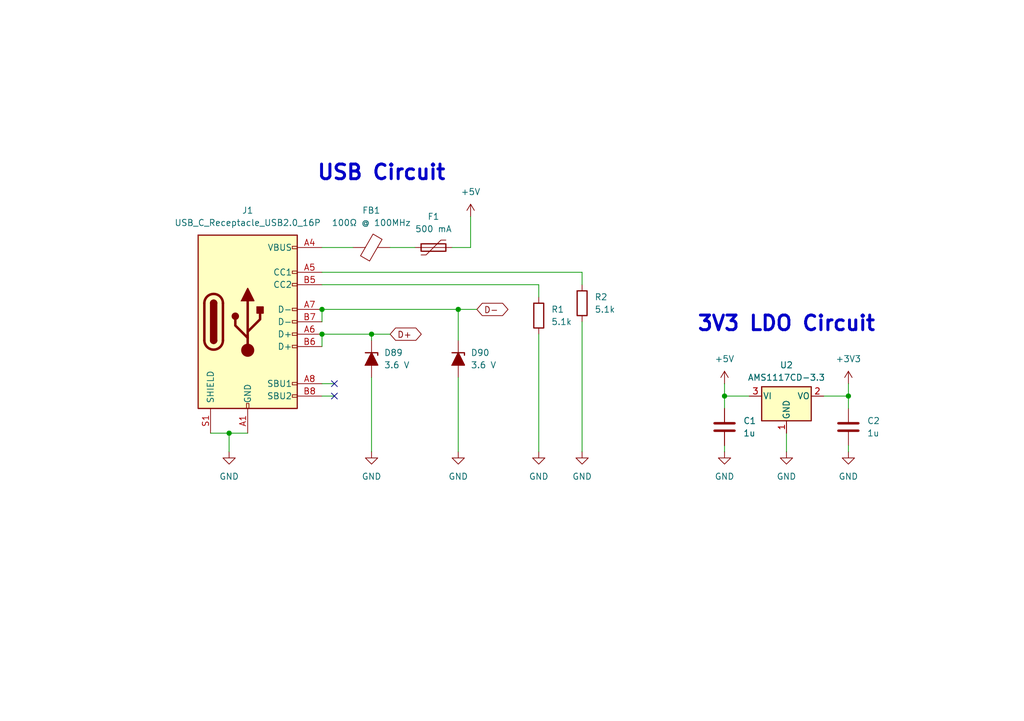
<source format=kicad_sch>
(kicad_sch
	(version 20231120)
	(generator "eeschema")
	(generator_version "8.0")
	(uuid "9b8344ea-c264-478a-9567-a6e378110432")
	(paper "A5")
	(lib_symbols
		(symbol "Connector:USB_C_Receptacle_USB2.0_16P"
			(pin_names
				(offset 1.016)
			)
			(exclude_from_sim no)
			(in_bom yes)
			(on_board yes)
			(property "Reference" "J"
				(at 0 22.225 0)
				(effects
					(font
						(size 1.27 1.27)
					)
				)
			)
			(property "Value" "USB_C_Receptacle_USB2.0_16P"
				(at 0 19.685 0)
				(effects
					(font
						(size 1.27 1.27)
					)
				)
			)
			(property "Footprint" ""
				(at 3.81 0 0)
				(effects
					(font
						(size 1.27 1.27)
					)
					(hide yes)
				)
			)
			(property "Datasheet" "https://www.usb.org/sites/default/files/documents/usb_type-c.zip"
				(at 3.81 0 0)
				(effects
					(font
						(size 1.27 1.27)
					)
					(hide yes)
				)
			)
			(property "Description" "USB 2.0-only 16P Type-C Receptacle connector"
				(at 0 0 0)
				(effects
					(font
						(size 1.27 1.27)
					)
					(hide yes)
				)
			)
			(property "ki_keywords" "usb universal serial bus type-C USB2.0"
				(at 0 0 0)
				(effects
					(font
						(size 1.27 1.27)
					)
					(hide yes)
				)
			)
			(property "ki_fp_filters" "USB*C*Receptacle*"
				(at 0 0 0)
				(effects
					(font
						(size 1.27 1.27)
					)
					(hide yes)
				)
			)
			(symbol "USB_C_Receptacle_USB2.0_16P_0_0"
				(rectangle
					(start -0.254 -17.78)
					(end 0.254 -16.764)
					(stroke
						(width 0)
						(type default)
					)
					(fill
						(type none)
					)
				)
				(rectangle
					(start 10.16 -14.986)
					(end 9.144 -15.494)
					(stroke
						(width 0)
						(type default)
					)
					(fill
						(type none)
					)
				)
				(rectangle
					(start 10.16 -12.446)
					(end 9.144 -12.954)
					(stroke
						(width 0)
						(type default)
					)
					(fill
						(type none)
					)
				)
				(rectangle
					(start 10.16 -4.826)
					(end 9.144 -5.334)
					(stroke
						(width 0)
						(type default)
					)
					(fill
						(type none)
					)
				)
				(rectangle
					(start 10.16 -2.286)
					(end 9.144 -2.794)
					(stroke
						(width 0)
						(type default)
					)
					(fill
						(type none)
					)
				)
				(rectangle
					(start 10.16 0.254)
					(end 9.144 -0.254)
					(stroke
						(width 0)
						(type default)
					)
					(fill
						(type none)
					)
				)
				(rectangle
					(start 10.16 2.794)
					(end 9.144 2.286)
					(stroke
						(width 0)
						(type default)
					)
					(fill
						(type none)
					)
				)
				(rectangle
					(start 10.16 7.874)
					(end 9.144 7.366)
					(stroke
						(width 0)
						(type default)
					)
					(fill
						(type none)
					)
				)
				(rectangle
					(start 10.16 10.414)
					(end 9.144 9.906)
					(stroke
						(width 0)
						(type default)
					)
					(fill
						(type none)
					)
				)
				(rectangle
					(start 10.16 15.494)
					(end 9.144 14.986)
					(stroke
						(width 0)
						(type default)
					)
					(fill
						(type none)
					)
				)
			)
			(symbol "USB_C_Receptacle_USB2.0_16P_0_1"
				(rectangle
					(start -10.16 17.78)
					(end 10.16 -17.78)
					(stroke
						(width 0.254)
						(type default)
					)
					(fill
						(type background)
					)
				)
				(arc
					(start -8.89 -3.81)
					(mid -6.985 -5.7067)
					(end -5.08 -3.81)
					(stroke
						(width 0.508)
						(type default)
					)
					(fill
						(type none)
					)
				)
				(arc
					(start -7.62 -3.81)
					(mid -6.985 -4.4423)
					(end -6.35 -3.81)
					(stroke
						(width 0.254)
						(type default)
					)
					(fill
						(type none)
					)
				)
				(arc
					(start -7.62 -3.81)
					(mid -6.985 -4.4423)
					(end -6.35 -3.81)
					(stroke
						(width 0.254)
						(type default)
					)
					(fill
						(type outline)
					)
				)
				(rectangle
					(start -7.62 -3.81)
					(end -6.35 3.81)
					(stroke
						(width 0.254)
						(type default)
					)
					(fill
						(type outline)
					)
				)
				(arc
					(start -6.35 3.81)
					(mid -6.985 4.4423)
					(end -7.62 3.81)
					(stroke
						(width 0.254)
						(type default)
					)
					(fill
						(type none)
					)
				)
				(arc
					(start -6.35 3.81)
					(mid -6.985 4.4423)
					(end -7.62 3.81)
					(stroke
						(width 0.254)
						(type default)
					)
					(fill
						(type outline)
					)
				)
				(arc
					(start -5.08 3.81)
					(mid -6.985 5.7067)
					(end -8.89 3.81)
					(stroke
						(width 0.508)
						(type default)
					)
					(fill
						(type none)
					)
				)
				(circle
					(center -2.54 1.143)
					(radius 0.635)
					(stroke
						(width 0.254)
						(type default)
					)
					(fill
						(type outline)
					)
				)
				(circle
					(center 0 -5.842)
					(radius 1.27)
					(stroke
						(width 0)
						(type default)
					)
					(fill
						(type outline)
					)
				)
				(polyline
					(pts
						(xy -8.89 -3.81) (xy -8.89 3.81)
					)
					(stroke
						(width 0.508)
						(type default)
					)
					(fill
						(type none)
					)
				)
				(polyline
					(pts
						(xy -5.08 3.81) (xy -5.08 -3.81)
					)
					(stroke
						(width 0.508)
						(type default)
					)
					(fill
						(type none)
					)
				)
				(polyline
					(pts
						(xy 0 -5.842) (xy 0 4.318)
					)
					(stroke
						(width 0.508)
						(type default)
					)
					(fill
						(type none)
					)
				)
				(polyline
					(pts
						(xy 0 -3.302) (xy -2.54 -0.762) (xy -2.54 0.508)
					)
					(stroke
						(width 0.508)
						(type default)
					)
					(fill
						(type none)
					)
				)
				(polyline
					(pts
						(xy 0 -2.032) (xy 2.54 0.508) (xy 2.54 1.778)
					)
					(stroke
						(width 0.508)
						(type default)
					)
					(fill
						(type none)
					)
				)
				(polyline
					(pts
						(xy -1.27 4.318) (xy 0 6.858) (xy 1.27 4.318) (xy -1.27 4.318)
					)
					(stroke
						(width 0.254)
						(type default)
					)
					(fill
						(type outline)
					)
				)
				(rectangle
					(start 1.905 1.778)
					(end 3.175 3.048)
					(stroke
						(width 0.254)
						(type default)
					)
					(fill
						(type outline)
					)
				)
			)
			(symbol "USB_C_Receptacle_USB2.0_16P_1_1"
				(pin passive line
					(at 0 -22.86 90)
					(length 5.08)
					(name "GND"
						(effects
							(font
								(size 1.27 1.27)
							)
						)
					)
					(number "A1"
						(effects
							(font
								(size 1.27 1.27)
							)
						)
					)
				)
				(pin passive line
					(at 0 -22.86 90)
					(length 5.08) hide
					(name "GND"
						(effects
							(font
								(size 1.27 1.27)
							)
						)
					)
					(number "A12"
						(effects
							(font
								(size 1.27 1.27)
							)
						)
					)
				)
				(pin passive line
					(at 15.24 15.24 180)
					(length 5.08)
					(name "VBUS"
						(effects
							(font
								(size 1.27 1.27)
							)
						)
					)
					(number "A4"
						(effects
							(font
								(size 1.27 1.27)
							)
						)
					)
				)
				(pin bidirectional line
					(at 15.24 10.16 180)
					(length 5.08)
					(name "CC1"
						(effects
							(font
								(size 1.27 1.27)
							)
						)
					)
					(number "A5"
						(effects
							(font
								(size 1.27 1.27)
							)
						)
					)
				)
				(pin bidirectional line
					(at 15.24 -2.54 180)
					(length 5.08)
					(name "D+"
						(effects
							(font
								(size 1.27 1.27)
							)
						)
					)
					(number "A6"
						(effects
							(font
								(size 1.27 1.27)
							)
						)
					)
				)
				(pin bidirectional line
					(at 15.24 2.54 180)
					(length 5.08)
					(name "D-"
						(effects
							(font
								(size 1.27 1.27)
							)
						)
					)
					(number "A7"
						(effects
							(font
								(size 1.27 1.27)
							)
						)
					)
				)
				(pin bidirectional line
					(at 15.24 -12.7 180)
					(length 5.08)
					(name "SBU1"
						(effects
							(font
								(size 1.27 1.27)
							)
						)
					)
					(number "A8"
						(effects
							(font
								(size 1.27 1.27)
							)
						)
					)
				)
				(pin passive line
					(at 15.24 15.24 180)
					(length 5.08) hide
					(name "VBUS"
						(effects
							(font
								(size 1.27 1.27)
							)
						)
					)
					(number "A9"
						(effects
							(font
								(size 1.27 1.27)
							)
						)
					)
				)
				(pin passive line
					(at 0 -22.86 90)
					(length 5.08) hide
					(name "GND"
						(effects
							(font
								(size 1.27 1.27)
							)
						)
					)
					(number "B1"
						(effects
							(font
								(size 1.27 1.27)
							)
						)
					)
				)
				(pin passive line
					(at 0 -22.86 90)
					(length 5.08) hide
					(name "GND"
						(effects
							(font
								(size 1.27 1.27)
							)
						)
					)
					(number "B12"
						(effects
							(font
								(size 1.27 1.27)
							)
						)
					)
				)
				(pin passive line
					(at 15.24 15.24 180)
					(length 5.08) hide
					(name "VBUS"
						(effects
							(font
								(size 1.27 1.27)
							)
						)
					)
					(number "B4"
						(effects
							(font
								(size 1.27 1.27)
							)
						)
					)
				)
				(pin bidirectional line
					(at 15.24 7.62 180)
					(length 5.08)
					(name "CC2"
						(effects
							(font
								(size 1.27 1.27)
							)
						)
					)
					(number "B5"
						(effects
							(font
								(size 1.27 1.27)
							)
						)
					)
				)
				(pin bidirectional line
					(at 15.24 -5.08 180)
					(length 5.08)
					(name "D+"
						(effects
							(font
								(size 1.27 1.27)
							)
						)
					)
					(number "B6"
						(effects
							(font
								(size 1.27 1.27)
							)
						)
					)
				)
				(pin bidirectional line
					(at 15.24 0 180)
					(length 5.08)
					(name "D-"
						(effects
							(font
								(size 1.27 1.27)
							)
						)
					)
					(number "B7"
						(effects
							(font
								(size 1.27 1.27)
							)
						)
					)
				)
				(pin bidirectional line
					(at 15.24 -15.24 180)
					(length 5.08)
					(name "SBU2"
						(effects
							(font
								(size 1.27 1.27)
							)
						)
					)
					(number "B8"
						(effects
							(font
								(size 1.27 1.27)
							)
						)
					)
				)
				(pin passive line
					(at 15.24 15.24 180)
					(length 5.08) hide
					(name "VBUS"
						(effects
							(font
								(size 1.27 1.27)
							)
						)
					)
					(number "B9"
						(effects
							(font
								(size 1.27 1.27)
							)
						)
					)
				)
				(pin passive line
					(at -7.62 -22.86 90)
					(length 5.08)
					(name "SHIELD"
						(effects
							(font
								(size 1.27 1.27)
							)
						)
					)
					(number "S1"
						(effects
							(font
								(size 1.27 1.27)
							)
						)
					)
				)
			)
		)
		(symbol "Regulator_Linear:AMS1117CD-3.3"
			(pin_names
				(offset 0.254)
			)
			(exclude_from_sim no)
			(in_bom yes)
			(on_board yes)
			(property "Reference" "U"
				(at -3.81 3.175 0)
				(effects
					(font
						(size 1.27 1.27)
					)
				)
			)
			(property "Value" "AMS1117CD-3.3"
				(at 0 3.175 0)
				(effects
					(font
						(size 1.27 1.27)
					)
					(justify left)
				)
			)
			(property "Footprint" "Package_TO_SOT_SMD:TO-252-3_TabPin2"
				(at 0 5.08 0)
				(effects
					(font
						(size 1.27 1.27)
					)
					(hide yes)
				)
			)
			(property "Datasheet" "http://www.advanced-monolithic.com/pdf/ds1117.pdf"
				(at 2.54 -6.35 0)
				(effects
					(font
						(size 1.27 1.27)
					)
					(hide yes)
				)
			)
			(property "Description" "1A Low Dropout regulator, positive, 3.3V fixed output, TO-252"
				(at 0 0 0)
				(effects
					(font
						(size 1.27 1.27)
					)
					(hide yes)
				)
			)
			(property "ki_keywords" "linear regulator ldo fixed positive"
				(at 0 0 0)
				(effects
					(font
						(size 1.27 1.27)
					)
					(hide yes)
				)
			)
			(property "ki_fp_filters" "TO?252*TabPin2*"
				(at 0 0 0)
				(effects
					(font
						(size 1.27 1.27)
					)
					(hide yes)
				)
			)
			(symbol "AMS1117CD-3.3_0_1"
				(rectangle
					(start -5.08 -5.08)
					(end 5.08 1.905)
					(stroke
						(width 0.254)
						(type default)
					)
					(fill
						(type background)
					)
				)
			)
			(symbol "AMS1117CD-3.3_1_1"
				(pin power_in line
					(at 0 -7.62 90)
					(length 2.54)
					(name "GND"
						(effects
							(font
								(size 1.27 1.27)
							)
						)
					)
					(number "1"
						(effects
							(font
								(size 1.27 1.27)
							)
						)
					)
				)
				(pin power_out line
					(at 7.62 0 180)
					(length 2.54)
					(name "VO"
						(effects
							(font
								(size 1.27 1.27)
							)
						)
					)
					(number "2"
						(effects
							(font
								(size 1.27 1.27)
							)
						)
					)
				)
				(pin power_in line
					(at -7.62 0 0)
					(length 2.54)
					(name "VI"
						(effects
							(font
								(size 1.27 1.27)
							)
						)
					)
					(number "3"
						(effects
							(font
								(size 1.27 1.27)
							)
						)
					)
				)
			)
		)
		(symbol "Yaqubs_Cool_Parts:0ZCG0050AF2C"
			(pin_numbers hide)
			(pin_names
				(offset 0)
			)
			(exclude_from_sim no)
			(in_bom yes)
			(on_board yes)
			(property "Reference" "F"
				(at -2.54 0 90)
				(effects
					(font
						(size 1.27 1.27)
					)
				)
			)
			(property "Value" "500 mA"
				(at 2.54 0 90)
				(effects
					(font
						(size 1.27 1.27)
					)
				)
			)
			(property "Footprint" ""
				(at 1.27 -5.08 0)
				(effects
					(font
						(size 1.27 1.27)
					)
					(justify left)
					(hide yes)
				)
			)
			(property "Datasheet" "https://www.belfuse.com/resources/datasheets/circuitprotection/ds-cp-0zcg-series.pdf"
				(at 0 0 0)
				(effects
					(font
						(size 1.27 1.27)
					)
					(hide yes)
				)
			)
			(property "Description" "Resettable fuse, polymeric positive temperature coefficient"
				(at 0 0 0)
				(effects
					(font
						(size 1.27 1.27)
					)
					(hide yes)
				)
			)
			(property "ki_keywords" "resetable fuse PTC PPTC polyfuse polyswitch"
				(at 0 0 0)
				(effects
					(font
						(size 1.27 1.27)
					)
					(hide yes)
				)
			)
			(property "ki_fp_filters" "*polyfuse* *PTC*"
				(at 0 0 0)
				(effects
					(font
						(size 1.27 1.27)
					)
					(hide yes)
				)
			)
			(symbol "0ZCG0050AF2C_0_1"
				(rectangle
					(start -0.762 2.54)
					(end 0.762 -2.54)
					(stroke
						(width 0.254)
						(type default)
					)
					(fill
						(type none)
					)
				)
				(polyline
					(pts
						(xy 0 2.54) (xy 0 -2.54)
					)
					(stroke
						(width 0)
						(type default)
					)
					(fill
						(type none)
					)
				)
				(polyline
					(pts
						(xy -1.524 2.54) (xy -1.524 1.524) (xy 1.524 -1.524) (xy 1.524 -2.54)
					)
					(stroke
						(width 0)
						(type default)
					)
					(fill
						(type none)
					)
				)
			)
			(symbol "0ZCG0050AF2C_1_1"
				(pin passive line
					(at 0 3.81 270)
					(length 1.27)
					(name "~"
						(effects
							(font
								(size 1.27 1.27)
							)
						)
					)
					(number "1"
						(effects
							(font
								(size 1.27 1.27)
							)
						)
					)
				)
				(pin passive line
					(at 0 -3.81 90)
					(length 1.27)
					(name "~"
						(effects
							(font
								(size 1.27 1.27)
							)
						)
					)
					(number "2"
						(effects
							(font
								(size 1.27 1.27)
							)
						)
					)
				)
			)
		)
		(symbol "Yaqubs_Cool_Parts:CAP_1UF_0805"
			(pin_numbers hide)
			(pin_names
				(offset 0.254)
			)
			(exclude_from_sim no)
			(in_bom yes)
			(on_board yes)
			(property "Reference" "C"
				(at 0.635 2.54 0)
				(effects
					(font
						(size 1.27 1.27)
					)
					(justify left)
				)
			)
			(property "Value" "1u"
				(at 0.635 -2.54 0)
				(effects
					(font
						(size 1.27 1.27)
					)
					(justify left)
				)
			)
			(property "Footprint" "Capacitor_SMD:C_0805_2012Metric"
				(at 0.9652 -3.81 0)
				(effects
					(font
						(size 1.27 1.27)
					)
					(hide yes)
				)
			)
			(property "Datasheet" "https://mm.digikey.com/Volume0/opasdata/d220001/medias/docus/5660/3372_0805B105J250CC.pdf"
				(at 0 0 0)
				(effects
					(font
						(size 1.27 1.27)
					)
					(hide yes)
				)
			)
			(property "Description" "1 uF cap"
				(at 0 0 0)
				(effects
					(font
						(size 1.27 1.27)
					)
					(hide yes)
				)
			)
			(property "ki_keywords" "cap capacitor"
				(at 0 0 0)
				(effects
					(font
						(size 1.27 1.27)
					)
					(hide yes)
				)
			)
			(property "ki_fp_filters" "C_*"
				(at 0 0 0)
				(effects
					(font
						(size 1.27 1.27)
					)
					(hide yes)
				)
			)
			(symbol "CAP_1UF_0805_0_1"
				(polyline
					(pts
						(xy -2.032 -0.762) (xy 2.032 -0.762)
					)
					(stroke
						(width 0.508)
						(type default)
					)
					(fill
						(type none)
					)
				)
				(polyline
					(pts
						(xy -2.032 0.762) (xy 2.032 0.762)
					)
					(stroke
						(width 0.508)
						(type default)
					)
					(fill
						(type none)
					)
				)
			)
			(symbol "CAP_1UF_0805_1_1"
				(pin passive line
					(at 0 3.81 270)
					(length 2.794)
					(name "~"
						(effects
							(font
								(size 1.27 1.27)
							)
						)
					)
					(number "1"
						(effects
							(font
								(size 1.27 1.27)
							)
						)
					)
				)
				(pin passive line
					(at 0 -3.81 90)
					(length 2.794)
					(name "~"
						(effects
							(font
								(size 1.27 1.27)
							)
						)
					)
					(number "2"
						(effects
							(font
								(size 1.27 1.27)
							)
						)
					)
				)
			)
		)
		(symbol "Yaqubs_Cool_Parts:ESD321DPYR"
			(pin_numbers hide)
			(pin_names
				(offset 1.016) hide)
			(exclude_from_sim no)
			(in_bom yes)
			(on_board yes)
			(property "Reference" "D"
				(at 0 2.54 0)
				(effects
					(font
						(size 1.27 1.27)
					)
				)
			)
			(property "Value" "3.6 V"
				(at 0 -2.54 0)
				(effects
					(font
						(size 1.27 1.27)
					)
				)
			)
			(property "Footprint" ""
				(at 0 0 0)
				(effects
					(font
						(size 1.27 1.27)
					)
					(hide yes)
				)
			)
			(property "Datasheet" "https://www.ti.com/lit/ds/symlink/esd321.pdf?HQS=dis-dk-null-digikeymode-dsf-pf-null-wwe&ts=1731889529224&ref_url=https%253A%252F%252Fwww.ti.com%252Fgeneral%252Fdocs%252Fsuppproductinfo.tsp%253FdistId%253D10%2526gotoUrl%253Dhttps%253A%252F%252Fwww.ti.com%252Flit%252Fgpn%252Fesd321"
				(at 0 0 0)
				(effects
					(font
						(size 1.27 1.27)
					)
					(hide yes)
				)
			)
			(property "Description" "ESD TVS Diode, 3.6V"
				(at 0 0 0)
				(effects
					(font
						(size 1.27 1.27)
					)
					(hide yes)
				)
			)
			(property "ki_keywords" "diode, tvs"
				(at 0 0 0)
				(effects
					(font
						(size 1.27 1.27)
					)
					(hide yes)
				)
			)
			(property "ki_fp_filters" "TO-???* *_Diode_* *SingleDiode* D_*"
				(at 0 0 0)
				(effects
					(font
						(size 1.27 1.27)
					)
					(hide yes)
				)
			)
			(symbol "ESD321DPYR_0_1"
				(polyline
					(pts
						(xy 1.27 0) (xy -1.27 0)
					)
					(stroke
						(width 0)
						(type default)
					)
					(fill
						(type none)
					)
				)
				(polyline
					(pts
						(xy -1.27 -1.27) (xy -1.27 1.27) (xy -0.762 1.27)
					)
					(stroke
						(width 0.254)
						(type default)
					)
					(fill
						(type none)
					)
				)
				(polyline
					(pts
						(xy 1.27 -1.27) (xy 1.27 1.27) (xy -1.27 0) (xy 1.27 -1.27)
					)
					(stroke
						(width 0.254)
						(type default)
					)
					(fill
						(type outline)
					)
				)
			)
			(symbol "ESD321DPYR_1_1"
				(pin passive line
					(at -3.81 0 0)
					(length 2.54)
					(name "K"
						(effects
							(font
								(size 1.27 1.27)
							)
						)
					)
					(number "1"
						(effects
							(font
								(size 1.27 1.27)
							)
						)
					)
				)
				(pin passive line
					(at 3.81 0 180)
					(length 2.54)
					(name "A"
						(effects
							(font
								(size 1.27 1.27)
							)
						)
					)
					(number "2"
						(effects
							(font
								(size 1.27 1.27)
							)
						)
					)
				)
			)
		)
		(symbol "Yaqubs_Cool_Parts:MPZ2012S101AT000"
			(pin_numbers hide)
			(pin_names
				(offset 0)
			)
			(exclude_from_sim no)
			(in_bom yes)
			(on_board yes)
			(property "Reference" "FB"
				(at -3.81 0.635 90)
				(effects
					(font
						(size 1.27 1.27)
					)
				)
			)
			(property "Value" "100Ω @ 100MHz"
				(at 3.81 0 90)
				(effects
					(font
						(size 1.27 1.27)
					)
				)
			)
			(property "Footprint" "Resistor_SMD:R_0805_2012Metric"
				(at -1.778 0 90)
				(effects
					(font
						(size 1.27 1.27)
					)
					(hide yes)
				)
			)
			(property "Datasheet" "https://product.tdk.com/system/files/dam/doc/product/emc/emc/beads/catalog/beads_commercial_power_mpz2012_en.pdf"
				(at 0 0 0)
				(effects
					(font
						(size 1.27 1.27)
					)
					(hide yes)
				)
			)
			(property "Description" "Ferrite bead"
				(at 0 0 0)
				(effects
					(font
						(size 1.27 1.27)
					)
					(hide yes)
				)
			)
			(property "ki_keywords" "L ferrite bead inductor filter"
				(at 0 0 0)
				(effects
					(font
						(size 1.27 1.27)
					)
					(hide yes)
				)
			)
			(property "ki_fp_filters" "Inductor_* L_* *Ferrite*"
				(at 0 0 0)
				(effects
					(font
						(size 1.27 1.27)
					)
					(hide yes)
				)
			)
			(symbol "MPZ2012S101AT000_0_1"
				(polyline
					(pts
						(xy 0 -1.27) (xy 0 -1.2192)
					)
					(stroke
						(width 0)
						(type default)
					)
					(fill
						(type none)
					)
				)
				(polyline
					(pts
						(xy 0 1.27) (xy 0 1.2954)
					)
					(stroke
						(width 0)
						(type default)
					)
					(fill
						(type none)
					)
				)
				(polyline
					(pts
						(xy -2.7686 0.4064) (xy -1.7018 2.2606) (xy 2.7686 -0.3048) (xy 1.6764 -2.159) (xy -2.7686 0.4064)
					)
					(stroke
						(width 0)
						(type default)
					)
					(fill
						(type none)
					)
				)
			)
			(symbol "MPZ2012S101AT000_1_1"
				(pin passive line
					(at 0 3.81 270)
					(length 2.54)
					(name "~"
						(effects
							(font
								(size 1.27 1.27)
							)
						)
					)
					(number "1"
						(effects
							(font
								(size 1.27 1.27)
							)
						)
					)
				)
				(pin passive line
					(at 0 -3.81 90)
					(length 2.54)
					(name "~"
						(effects
							(font
								(size 1.27 1.27)
							)
						)
					)
					(number "2"
						(effects
							(font
								(size 1.27 1.27)
							)
						)
					)
				)
			)
		)
		(symbol "Yaqubs_Cool_Parts:RES_5.1KOHM_0805"
			(pin_numbers hide)
			(pin_names
				(offset 0)
			)
			(exclude_from_sim no)
			(in_bom yes)
			(on_board yes)
			(property "Reference" "R"
				(at 2.032 0 90)
				(effects
					(font
						(size 1.27 1.27)
					)
				)
			)
			(property "Value" "5.1k"
				(at 0 0 90)
				(effects
					(font
						(size 1.27 1.27)
					)
				)
			)
			(property "Footprint" ""
				(at -1.778 0 90)
				(effects
					(font
						(size 1.27 1.27)
					)
					(hide yes)
				)
			)
			(property "Datasheet" "https://www.yageo.com/upload/media/product/products/datasheet/rchip/PYu-RC_Group_51_RoHS_L_12.pdf"
				(at 0 0 0)
				(effects
					(font
						(size 1.27 1.27)
					)
					(hide yes)
				)
			)
			(property "Description" "5.1 kOhm Resistor"
				(at 0 0 0)
				(effects
					(font
						(size 1.27 1.27)
					)
					(hide yes)
				)
			)
			(property "ki_keywords" "R res resistor 110 Ohm"
				(at 0 0 0)
				(effects
					(font
						(size 1.27 1.27)
					)
					(hide yes)
				)
			)
			(property "ki_fp_filters" "R_*"
				(at 0 0 0)
				(effects
					(font
						(size 1.27 1.27)
					)
					(hide yes)
				)
			)
			(symbol "RES_5.1KOHM_0805_0_1"
				(rectangle
					(start -1.016 -2.54)
					(end 1.016 2.54)
					(stroke
						(width 0.254)
						(type default)
					)
					(fill
						(type none)
					)
				)
			)
			(symbol "RES_5.1KOHM_0805_1_1"
				(pin passive line
					(at 0 3.81 270)
					(length 1.27)
					(name "~"
						(effects
							(font
								(size 1.27 1.27)
							)
						)
					)
					(number "1"
						(effects
							(font
								(size 1.27 1.27)
							)
						)
					)
				)
				(pin passive line
					(at 0 -3.81 90)
					(length 1.27)
					(name "~"
						(effects
							(font
								(size 1.27 1.27)
							)
						)
					)
					(number "2"
						(effects
							(font
								(size 1.27 1.27)
							)
						)
					)
				)
			)
		)
		(symbol "power:+3V3"
			(power)
			(pin_numbers hide)
			(pin_names
				(offset 0) hide)
			(exclude_from_sim no)
			(in_bom yes)
			(on_board yes)
			(property "Reference" "#PWR"
				(at 0 -3.81 0)
				(effects
					(font
						(size 1.27 1.27)
					)
					(hide yes)
				)
			)
			(property "Value" "+3V3"
				(at 0 3.556 0)
				(effects
					(font
						(size 1.27 1.27)
					)
				)
			)
			(property "Footprint" ""
				(at 0 0 0)
				(effects
					(font
						(size 1.27 1.27)
					)
					(hide yes)
				)
			)
			(property "Datasheet" ""
				(at 0 0 0)
				(effects
					(font
						(size 1.27 1.27)
					)
					(hide yes)
				)
			)
			(property "Description" "Power symbol creates a global label with name \"+3V3\""
				(at 0 0 0)
				(effects
					(font
						(size 1.27 1.27)
					)
					(hide yes)
				)
			)
			(property "ki_keywords" "global power"
				(at 0 0 0)
				(effects
					(font
						(size 1.27 1.27)
					)
					(hide yes)
				)
			)
			(symbol "+3V3_0_1"
				(polyline
					(pts
						(xy -0.762 1.27) (xy 0 2.54)
					)
					(stroke
						(width 0)
						(type default)
					)
					(fill
						(type none)
					)
				)
				(polyline
					(pts
						(xy 0 0) (xy 0 2.54)
					)
					(stroke
						(width 0)
						(type default)
					)
					(fill
						(type none)
					)
				)
				(polyline
					(pts
						(xy 0 2.54) (xy 0.762 1.27)
					)
					(stroke
						(width 0)
						(type default)
					)
					(fill
						(type none)
					)
				)
			)
			(symbol "+3V3_1_1"
				(pin power_in line
					(at 0 0 90)
					(length 0)
					(name "~"
						(effects
							(font
								(size 1.27 1.27)
							)
						)
					)
					(number "1"
						(effects
							(font
								(size 1.27 1.27)
							)
						)
					)
				)
			)
		)
		(symbol "power:+5V"
			(power)
			(pin_numbers hide)
			(pin_names
				(offset 0) hide)
			(exclude_from_sim no)
			(in_bom yes)
			(on_board yes)
			(property "Reference" "#PWR"
				(at 0 -3.81 0)
				(effects
					(font
						(size 1.27 1.27)
					)
					(hide yes)
				)
			)
			(property "Value" "+5V"
				(at 0 3.556 0)
				(effects
					(font
						(size 1.27 1.27)
					)
				)
			)
			(property "Footprint" ""
				(at 0 0 0)
				(effects
					(font
						(size 1.27 1.27)
					)
					(hide yes)
				)
			)
			(property "Datasheet" ""
				(at 0 0 0)
				(effects
					(font
						(size 1.27 1.27)
					)
					(hide yes)
				)
			)
			(property "Description" "Power symbol creates a global label with name \"+5V\""
				(at 0 0 0)
				(effects
					(font
						(size 1.27 1.27)
					)
					(hide yes)
				)
			)
			(property "ki_keywords" "global power"
				(at 0 0 0)
				(effects
					(font
						(size 1.27 1.27)
					)
					(hide yes)
				)
			)
			(symbol "+5V_0_1"
				(polyline
					(pts
						(xy -0.762 1.27) (xy 0 2.54)
					)
					(stroke
						(width 0)
						(type default)
					)
					(fill
						(type none)
					)
				)
				(polyline
					(pts
						(xy 0 0) (xy 0 2.54)
					)
					(stroke
						(width 0)
						(type default)
					)
					(fill
						(type none)
					)
				)
				(polyline
					(pts
						(xy 0 2.54) (xy 0.762 1.27)
					)
					(stroke
						(width 0)
						(type default)
					)
					(fill
						(type none)
					)
				)
			)
			(symbol "+5V_1_1"
				(pin power_in line
					(at 0 0 90)
					(length 0)
					(name "~"
						(effects
							(font
								(size 1.27 1.27)
							)
						)
					)
					(number "1"
						(effects
							(font
								(size 1.27 1.27)
							)
						)
					)
				)
			)
		)
		(symbol "power:GND"
			(power)
			(pin_numbers hide)
			(pin_names
				(offset 0) hide)
			(exclude_from_sim no)
			(in_bom yes)
			(on_board yes)
			(property "Reference" "#PWR"
				(at 0 -6.35 0)
				(effects
					(font
						(size 1.27 1.27)
					)
					(hide yes)
				)
			)
			(property "Value" "GND"
				(at 0 -3.81 0)
				(effects
					(font
						(size 1.27 1.27)
					)
				)
			)
			(property "Footprint" ""
				(at 0 0 0)
				(effects
					(font
						(size 1.27 1.27)
					)
					(hide yes)
				)
			)
			(property "Datasheet" ""
				(at 0 0 0)
				(effects
					(font
						(size 1.27 1.27)
					)
					(hide yes)
				)
			)
			(property "Description" "Power symbol creates a global label with name \"GND\" , ground"
				(at 0 0 0)
				(effects
					(font
						(size 1.27 1.27)
					)
					(hide yes)
				)
			)
			(property "ki_keywords" "global power"
				(at 0 0 0)
				(effects
					(font
						(size 1.27 1.27)
					)
					(hide yes)
				)
			)
			(symbol "GND_0_1"
				(polyline
					(pts
						(xy 0 0) (xy 0 -1.27) (xy 1.27 -1.27) (xy 0 -2.54) (xy -1.27 -1.27) (xy 0 -1.27)
					)
					(stroke
						(width 0)
						(type default)
					)
					(fill
						(type none)
					)
				)
			)
			(symbol "GND_1_1"
				(pin power_in line
					(at 0 0 270)
					(length 0)
					(name "~"
						(effects
							(font
								(size 1.27 1.27)
							)
						)
					)
					(number "1"
						(effects
							(font
								(size 1.27 1.27)
							)
						)
					)
				)
			)
		)
	)
	(junction
		(at 93.98 63.5)
		(diameter 0)
		(color 0 0 0 0)
		(uuid "3f2d6917-c939-4734-ac26-07acf250187f")
	)
	(junction
		(at 148.59 81.28)
		(diameter 0)
		(color 0 0 0 0)
		(uuid "52dffcba-c14e-4ab5-a7d6-26f6676eb829")
	)
	(junction
		(at 66.04 63.5)
		(diameter 0)
		(color 0 0 0 0)
		(uuid "56dce907-9c75-4a44-b206-3fca1c439b8b")
	)
	(junction
		(at 76.2 68.58)
		(diameter 0)
		(color 0 0 0 0)
		(uuid "714a2750-a136-4601-9fb2-53e3beca1f69")
	)
	(junction
		(at 46.99 88.9)
		(diameter 0)
		(color 0 0 0 0)
		(uuid "a0b67ac1-d903-4f5d-bd37-2cdbca72af21")
	)
	(junction
		(at 173.99 81.28)
		(diameter 0)
		(color 0 0 0 0)
		(uuid "e4c0bf16-138b-4020-acc3-fa749fea86c6")
	)
	(junction
		(at 66.04 68.58)
		(diameter 0)
		(color 0 0 0 0)
		(uuid "f895b603-103d-4b4d-bf90-9dfb397c5e04")
	)
	(no_connect
		(at 68.58 78.74)
		(uuid "9c79d714-ea4a-4430-9caa-def4c635a1d0")
	)
	(no_connect
		(at 68.58 81.28)
		(uuid "a2a985ad-c890-4f14-95b0-7c06899db684")
	)
	(wire
		(pts
			(xy 66.04 68.58) (xy 66.04 71.12)
		)
		(stroke
			(width 0)
			(type default)
		)
		(uuid "04b4f3fe-d5ec-44d2-85df-5b155d355c80")
	)
	(wire
		(pts
			(xy 93.98 63.5) (xy 97.79 63.5)
		)
		(stroke
			(width 0)
			(type default)
		)
		(uuid "1747757b-ddcf-41c1-808d-c8e8811f587c")
	)
	(wire
		(pts
			(xy 43.18 88.9) (xy 46.99 88.9)
		)
		(stroke
			(width 0)
			(type default)
		)
		(uuid "195a7f1d-ddfe-4bec-af19-fa4b593a49f2")
	)
	(wire
		(pts
			(xy 46.99 88.9) (xy 46.99 92.71)
		)
		(stroke
			(width 0)
			(type default)
		)
		(uuid "251f7aac-eb69-4f03-8449-6827a506b150")
	)
	(wire
		(pts
			(xy 93.98 63.5) (xy 93.98 69.85)
		)
		(stroke
			(width 0)
			(type default)
		)
		(uuid "2b21cbc9-2051-4b43-817b-3ddafb5369b6")
	)
	(wire
		(pts
			(xy 119.38 55.88) (xy 119.38 58.42)
		)
		(stroke
			(width 0)
			(type default)
		)
		(uuid "3849ee49-5db6-42c2-9ef4-1547ad17140f")
	)
	(wire
		(pts
			(xy 46.99 88.9) (xy 50.8 88.9)
		)
		(stroke
			(width 0)
			(type default)
		)
		(uuid "385e4aae-9c5e-492f-9db4-a48cd2efd5f5")
	)
	(wire
		(pts
			(xy 66.04 78.74) (xy 68.58 78.74)
		)
		(stroke
			(width 0)
			(type default)
		)
		(uuid "3ab8ffe2-7983-4508-8719-50a6d66f2a93")
	)
	(wire
		(pts
			(xy 110.49 58.42) (xy 110.49 60.96)
		)
		(stroke
			(width 0)
			(type default)
		)
		(uuid "4d93dd96-202f-489f-b101-44463cd5beff")
	)
	(wire
		(pts
			(xy 173.99 78.74) (xy 173.99 81.28)
		)
		(stroke
			(width 0)
			(type default)
		)
		(uuid "4dfbd745-9e56-4c3a-9194-f72c58fb7b5f")
	)
	(wire
		(pts
			(xy 148.59 81.28) (xy 148.59 83.82)
		)
		(stroke
			(width 0)
			(type default)
		)
		(uuid "4f52ea44-814e-4c38-a3cd-6eb1e6a33bc4")
	)
	(wire
		(pts
			(xy 66.04 50.8) (xy 72.39 50.8)
		)
		(stroke
			(width 0)
			(type default)
		)
		(uuid "63f67b14-cf36-4e44-8014-15cf94e13951")
	)
	(wire
		(pts
			(xy 110.49 68.58) (xy 110.49 92.71)
		)
		(stroke
			(width 0)
			(type default)
		)
		(uuid "6688812f-8afa-4e4e-9253-bfab1fa039cc")
	)
	(wire
		(pts
			(xy 92.71 50.8) (xy 96.52 50.8)
		)
		(stroke
			(width 0)
			(type default)
		)
		(uuid "67ebc4cc-3085-4be1-821d-4354597a0aba")
	)
	(wire
		(pts
			(xy 173.99 81.28) (xy 173.99 83.82)
		)
		(stroke
			(width 0)
			(type default)
		)
		(uuid "70099688-916e-4c75-9e3e-f0cd2e71b7b7")
	)
	(wire
		(pts
			(xy 66.04 58.42) (xy 110.49 58.42)
		)
		(stroke
			(width 0)
			(type default)
		)
		(uuid "7603a2d2-6071-4056-8561-0ff02fbdbf4b")
	)
	(wire
		(pts
			(xy 173.99 91.44) (xy 173.99 92.71)
		)
		(stroke
			(width 0)
			(type default)
		)
		(uuid "7c47c90e-4625-4040-8695-813436e64826")
	)
	(wire
		(pts
			(xy 76.2 68.58) (xy 80.01 68.58)
		)
		(stroke
			(width 0)
			(type default)
		)
		(uuid "808ec6e4-7437-40fe-a6f9-fce035f5a398")
	)
	(wire
		(pts
			(xy 161.29 88.9) (xy 161.29 92.71)
		)
		(stroke
			(width 0)
			(type default)
		)
		(uuid "81812ddd-5382-47ce-aa2d-3f10810d6485")
	)
	(wire
		(pts
			(xy 66.04 68.58) (xy 76.2 68.58)
		)
		(stroke
			(width 0)
			(type default)
		)
		(uuid "8a7568be-ad92-4239-9ecc-dcd032c5ae95")
	)
	(wire
		(pts
			(xy 168.91 81.28) (xy 173.99 81.28)
		)
		(stroke
			(width 0)
			(type default)
		)
		(uuid "8d92e3c9-efda-42d9-ad1d-87bea153bdc2")
	)
	(wire
		(pts
			(xy 93.98 77.47) (xy 93.98 92.71)
		)
		(stroke
			(width 0)
			(type default)
		)
		(uuid "8f6f180e-3e21-4e6b-9dc6-eb4a9d567d93")
	)
	(wire
		(pts
			(xy 66.04 55.88) (xy 119.38 55.88)
		)
		(stroke
			(width 0)
			(type default)
		)
		(uuid "9211453a-ee4e-477e-aea8-f41a24e649cd")
	)
	(wire
		(pts
			(xy 66.04 81.28) (xy 68.58 81.28)
		)
		(stroke
			(width 0)
			(type default)
		)
		(uuid "9355f150-342d-45cb-8deb-7d62c8997ad4")
	)
	(wire
		(pts
			(xy 148.59 91.44) (xy 148.59 92.71)
		)
		(stroke
			(width 0)
			(type default)
		)
		(uuid "a07e0350-8936-4d99-92ee-6ad9983e4e33")
	)
	(wire
		(pts
			(xy 96.52 44.45) (xy 96.52 50.8)
		)
		(stroke
			(width 0)
			(type default)
		)
		(uuid "a4ac1acd-a6ea-4b55-8538-fbdcf9e47d9b")
	)
	(wire
		(pts
			(xy 119.38 66.04) (xy 119.38 92.71)
		)
		(stroke
			(width 0)
			(type default)
		)
		(uuid "ad16c688-5ae2-4337-8e26-bc9881a6b9f5")
	)
	(wire
		(pts
			(xy 76.2 68.58) (xy 76.2 69.85)
		)
		(stroke
			(width 0)
			(type default)
		)
		(uuid "b1fcca6a-c072-466b-a1d9-18e0df3307f4")
	)
	(wire
		(pts
			(xy 76.2 77.47) (xy 76.2 92.71)
		)
		(stroke
			(width 0)
			(type default)
		)
		(uuid "be67dfb4-e004-4a8e-bc2f-a25036712de1")
	)
	(wire
		(pts
			(xy 148.59 81.28) (xy 153.67 81.28)
		)
		(stroke
			(width 0)
			(type default)
		)
		(uuid "c5974379-b98a-49cf-a927-d3562f8364b0")
	)
	(wire
		(pts
			(xy 66.04 63.5) (xy 66.04 66.04)
		)
		(stroke
			(width 0)
			(type default)
		)
		(uuid "cbf8dfe1-8ad2-4ad6-9431-cf976baa25cd")
	)
	(wire
		(pts
			(xy 148.59 78.74) (xy 148.59 81.28)
		)
		(stroke
			(width 0)
			(type default)
		)
		(uuid "cefd7b61-03fc-4325-8610-0fcb7c727c4b")
	)
	(wire
		(pts
			(xy 66.04 63.5) (xy 93.98 63.5)
		)
		(stroke
			(width 0)
			(type default)
		)
		(uuid "e0df55fe-754b-4bcf-94ab-7dd436b53c8f")
	)
	(wire
		(pts
			(xy 80.01 50.8) (xy 85.09 50.8)
		)
		(stroke
			(width 0)
			(type default)
		)
		(uuid "fbbf59a0-875f-4524-974e-ac2fcf265677")
	)
	(text "USB Circuit"
		(exclude_from_sim no)
		(at 78.232 35.56 0)
		(effects
			(font
				(size 3 3)
				(thickness 0.6)
				(bold yes)
			)
		)
		(uuid "6340e957-8778-4cfd-9ce8-e7965d2ac7e5")
	)
	(text "3V3 LDO Circuit"
		(exclude_from_sim no)
		(at 161.29 66.548 0)
		(effects
			(font
				(size 3 3)
				(thickness 0.6)
				(bold yes)
			)
		)
		(uuid "e40620a4-7450-4ce1-8907-e5b78fbd8028")
	)
	(global_label "D+"
		(shape bidirectional)
		(at 80.01 68.58 0)
		(fields_autoplaced yes)
		(effects
			(font
				(size 1.27 1.27)
			)
			(justify left)
		)
		(uuid "82b30792-c5b9-4ceb-9e93-fa86ec30af69")
		(property "Intersheetrefs" "${INTERSHEET_REFS}"
			(at 86.9489 68.58 0)
			(effects
				(font
					(size 1.27 1.27)
				)
				(justify left)
				(hide yes)
			)
		)
	)
	(global_label "D-"
		(shape bidirectional)
		(at 97.79 63.5 0)
		(fields_autoplaced yes)
		(effects
			(font
				(size 1.27 1.27)
			)
			(justify left)
		)
		(uuid "f6581c75-d805-42a2-98fd-33eda41a533f")
		(property "Intersheetrefs" "${INTERSHEET_REFS}"
			(at 104.7289 63.5 0)
			(effects
				(font
					(size 1.27 1.27)
				)
				(justify left)
				(hide yes)
			)
		)
	)
	(symbol
		(lib_id "power:GND")
		(at 148.59 92.71 0)
		(unit 1)
		(exclude_from_sim no)
		(in_bom yes)
		(on_board yes)
		(dnp no)
		(fields_autoplaced yes)
		(uuid "0892ce9f-8c4a-485b-a7cd-b6743f22b0de")
		(property "Reference" "#PWR08"
			(at 148.59 99.06 0)
			(effects
				(font
					(size 1.27 1.27)
				)
				(hide yes)
			)
		)
		(property "Value" "GND"
			(at 148.59 97.79 0)
			(effects
				(font
					(size 1.27 1.27)
				)
			)
		)
		(property "Footprint" ""
			(at 148.59 92.71 0)
			(effects
				(font
					(size 1.27 1.27)
				)
				(hide yes)
			)
		)
		(property "Datasheet" ""
			(at 148.59 92.71 0)
			(effects
				(font
					(size 1.27 1.27)
				)
				(hide yes)
			)
		)
		(property "Description" "Power symbol creates a global label with name \"GND\" , ground"
			(at 148.59 92.71 0)
			(effects
				(font
					(size 1.27 1.27)
				)
				(hide yes)
			)
		)
		(pin "1"
			(uuid "2970848d-e892-48ab-9ea4-c371b84f7b13")
		)
		(instances
			(project "yaqubs_keyboard"
				(path "/4030cca7-4143-4a46-b7cb-2a5e25ae33b5/5e03270c-3396-421c-9f05-2b4476148f77"
					(reference "#PWR08")
					(unit 1)
				)
			)
		)
	)
	(symbol
		(lib_id "Yaqubs_Cool_Parts:CAP_1UF_0805")
		(at 148.59 87.63 0)
		(unit 1)
		(exclude_from_sim no)
		(in_bom yes)
		(on_board yes)
		(dnp no)
		(fields_autoplaced yes)
		(uuid "0d1d50f3-de80-4acb-a418-15e8c3ce2d75")
		(property "Reference" "C1"
			(at 152.4 86.3599 0)
			(effects
				(font
					(size 1.27 1.27)
				)
				(justify left)
			)
		)
		(property "Value" "1u"
			(at 152.4 88.8999 0)
			(effects
				(font
					(size 1.27 1.27)
				)
				(justify left)
			)
		)
		(property "Footprint" "Capacitor_SMD:C_0805_2012Metric"
			(at 149.5552 91.44 0)
			(effects
				(font
					(size 1.27 1.27)
				)
				(hide yes)
			)
		)
		(property "Datasheet" "https://mm.digikey.com/Volume0/opasdata/d220001/medias/docus/5660/3372_0805B105J250CC.pdf"
			(at 148.59 87.63 0)
			(effects
				(font
					(size 1.27 1.27)
				)
				(hide yes)
			)
		)
		(property "Description" "1 uF cap"
			(at 148.59 87.63 0)
			(effects
				(font
					(size 1.27 1.27)
				)
				(hide yes)
			)
		)
		(pin "1"
			(uuid "a4f856cb-cfd0-44c9-9ce1-87e00ff36bd8")
		)
		(pin "2"
			(uuid "c0a32c43-9ebb-4a48-973c-1eb3316e47df")
		)
		(instances
			(project ""
				(path "/4030cca7-4143-4a46-b7cb-2a5e25ae33b5/5e03270c-3396-421c-9f05-2b4476148f77"
					(reference "C1")
					(unit 1)
				)
			)
		)
	)
	(symbol
		(lib_id "power:+3V3")
		(at 173.99 78.74 0)
		(unit 1)
		(exclude_from_sim no)
		(in_bom yes)
		(on_board yes)
		(dnp no)
		(fields_autoplaced yes)
		(uuid "27c92f83-4e3f-486b-b29d-fe507df8d737")
		(property "Reference" "#PWR011"
			(at 173.99 82.55 0)
			(effects
				(font
					(size 1.27 1.27)
				)
				(hide yes)
			)
		)
		(property "Value" "+3V3"
			(at 173.99 73.66 0)
			(effects
				(font
					(size 1.27 1.27)
				)
			)
		)
		(property "Footprint" ""
			(at 173.99 78.74 0)
			(effects
				(font
					(size 1.27 1.27)
				)
				(hide yes)
			)
		)
		(property "Datasheet" ""
			(at 173.99 78.74 0)
			(effects
				(font
					(size 1.27 1.27)
				)
				(hide yes)
			)
		)
		(property "Description" "Power symbol creates a global label with name \"+3V3\""
			(at 173.99 78.74 0)
			(effects
				(font
					(size 1.27 1.27)
				)
				(hide yes)
			)
		)
		(pin "1"
			(uuid "c0a60fd1-197c-4e09-b788-aab6c4d84971")
		)
		(instances
			(project "yaqubs_keyboard"
				(path "/4030cca7-4143-4a46-b7cb-2a5e25ae33b5/5e03270c-3396-421c-9f05-2b4476148f77"
					(reference "#PWR011")
					(unit 1)
				)
			)
		)
	)
	(symbol
		(lib_id "Yaqubs_Cool_Parts:RES_5.1KOHM_0805")
		(at 110.49 64.77 0)
		(unit 1)
		(exclude_from_sim no)
		(in_bom yes)
		(on_board yes)
		(dnp no)
		(fields_autoplaced yes)
		(uuid "289ad32d-85dc-43ae-a8be-a54ad10e3595")
		(property "Reference" "R1"
			(at 113.03 63.4999 0)
			(effects
				(font
					(size 1.27 1.27)
				)
				(justify left)
			)
		)
		(property "Value" "5.1k"
			(at 113.03 66.0399 0)
			(effects
				(font
					(size 1.27 1.27)
				)
				(justify left)
			)
		)
		(property "Footprint" ""
			(at 108.712 64.77 90)
			(effects
				(font
					(size 1.27 1.27)
				)
				(hide yes)
			)
		)
		(property "Datasheet" "https://www.yageo.com/upload/media/product/products/datasheet/rchip/PYu-RC_Group_51_RoHS_L_12.pdf"
			(at 110.49 64.77 0)
			(effects
				(font
					(size 1.27 1.27)
				)
				(hide yes)
			)
		)
		(property "Description" "5.1 kOhm Resistor"
			(at 110.49 64.77 0)
			(effects
				(font
					(size 1.27 1.27)
				)
				(hide yes)
			)
		)
		(pin "2"
			(uuid "68282b53-74b7-46ad-be42-e3bbe7c68808")
		)
		(pin "1"
			(uuid "92445995-4880-4c35-a89d-1f47829dd1ea")
		)
		(instances
			(project "yaqubs_keyboard"
				(path "/4030cca7-4143-4a46-b7cb-2a5e25ae33b5/5e03270c-3396-421c-9f05-2b4476148f77"
					(reference "R1")
					(unit 1)
				)
			)
		)
	)
	(symbol
		(lib_id "Regulator_Linear:AMS1117CD-3.3")
		(at 161.29 81.28 0)
		(unit 1)
		(exclude_from_sim no)
		(in_bom yes)
		(on_board yes)
		(dnp no)
		(fields_autoplaced yes)
		(uuid "2a18f154-219c-4e2f-a881-7d6217c229ef")
		(property "Reference" "U2"
			(at 161.29 74.93 0)
			(effects
				(font
					(size 1.27 1.27)
				)
			)
		)
		(property "Value" "AMS1117CD-3.3"
			(at 161.29 77.47 0)
			(effects
				(font
					(size 1.27 1.27)
				)
			)
		)
		(property "Footprint" "Package_TO_SOT_SMD:TO-252-3_TabPin2"
			(at 161.29 76.2 0)
			(effects
				(font
					(size 1.27 1.27)
				)
				(hide yes)
			)
		)
		(property "Datasheet" "http://www.advanced-monolithic.com/pdf/ds1117.pdf"
			(at 163.83 87.63 0)
			(effects
				(font
					(size 1.27 1.27)
				)
				(hide yes)
			)
		)
		(property "Description" "1A Low Dropout regulator, positive, 3.3V fixed output, TO-252"
			(at 161.29 81.28 0)
			(effects
				(font
					(size 1.27 1.27)
				)
				(hide yes)
			)
		)
		(pin "1"
			(uuid "17940e21-aa4d-49ff-8c4d-b55605013630")
		)
		(pin "2"
			(uuid "825fa0d0-e942-4b92-8b2f-87cdc7c8f832")
		)
		(pin "3"
			(uuid "37384530-afdb-4517-afb1-fd71c619acd9")
		)
		(instances
			(project "yaqubs_keyboard"
				(path "/4030cca7-4143-4a46-b7cb-2a5e25ae33b5/5e03270c-3396-421c-9f05-2b4476148f77"
					(reference "U2")
					(unit 1)
				)
			)
		)
	)
	(symbol
		(lib_id "Yaqubs_Cool_Parts:MPZ2012S101AT000")
		(at 76.2 50.8 90)
		(unit 1)
		(exclude_from_sim no)
		(in_bom yes)
		(on_board yes)
		(dnp no)
		(fields_autoplaced yes)
		(uuid "3c5a97b1-fac0-4193-b3ae-f032d5f3d22d")
		(property "Reference" "FB1"
			(at 76.1492 43.18 90)
			(effects
				(font
					(size 1.27 1.27)
				)
			)
		)
		(property "Value" "100Ω @ 100MHz"
			(at 76.1492 45.72 90)
			(effects
				(font
					(size 1.27 1.27)
				)
			)
		)
		(property "Footprint" "Resistor_SMD:R_0805_2012Metric"
			(at 76.2 52.578 90)
			(effects
				(font
					(size 1.27 1.27)
				)
				(hide yes)
			)
		)
		(property "Datasheet" "https://product.tdk.com/system/files/dam/doc/product/emc/emc/beads/catalog/beads_commercial_power_mpz2012_en.pdf"
			(at 76.2 50.8 0)
			(effects
				(font
					(size 1.27 1.27)
				)
				(hide yes)
			)
		)
		(property "Description" "Ferrite bead"
			(at 76.2 50.8 0)
			(effects
				(font
					(size 1.27 1.27)
				)
				(hide yes)
			)
		)
		(pin "2"
			(uuid "d543132f-31ca-48d2-987d-a3c18c465673")
		)
		(pin "1"
			(uuid "48eba7cd-1673-447c-990a-629337103ec9")
		)
		(instances
			(project "yaqubs_keyboard"
				(path "/4030cca7-4143-4a46-b7cb-2a5e25ae33b5/5e03270c-3396-421c-9f05-2b4476148f77"
					(reference "FB1")
					(unit 1)
				)
			)
		)
	)
	(symbol
		(lib_id "power:GND")
		(at 110.49 92.71 0)
		(unit 1)
		(exclude_from_sim no)
		(in_bom yes)
		(on_board yes)
		(dnp no)
		(fields_autoplaced yes)
		(uuid "4bb0da40-c0f3-4757-8188-6286b2bc07a6")
		(property "Reference" "#PWR05"
			(at 110.49 99.06 0)
			(effects
				(font
					(size 1.27 1.27)
				)
				(hide yes)
			)
		)
		(property "Value" "GND"
			(at 110.49 97.79 0)
			(effects
				(font
					(size 1.27 1.27)
				)
			)
		)
		(property "Footprint" ""
			(at 110.49 92.71 0)
			(effects
				(font
					(size 1.27 1.27)
				)
				(hide yes)
			)
		)
		(property "Datasheet" ""
			(at 110.49 92.71 0)
			(effects
				(font
					(size 1.27 1.27)
				)
				(hide yes)
			)
		)
		(property "Description" "Power symbol creates a global label with name \"GND\" , ground"
			(at 110.49 92.71 0)
			(effects
				(font
					(size 1.27 1.27)
				)
				(hide yes)
			)
		)
		(pin "1"
			(uuid "6439b867-14c0-453f-8246-21513ba228f9")
		)
		(instances
			(project "yaqubs_keyboard"
				(path "/4030cca7-4143-4a46-b7cb-2a5e25ae33b5/5e03270c-3396-421c-9f05-2b4476148f77"
					(reference "#PWR05")
					(unit 1)
				)
			)
		)
	)
	(symbol
		(lib_id "Yaqubs_Cool_Parts:0ZCG0050AF2C")
		(at 88.9 50.8 90)
		(unit 1)
		(exclude_from_sim no)
		(in_bom yes)
		(on_board yes)
		(dnp no)
		(fields_autoplaced yes)
		(uuid "4c9fcb4b-4741-49e9-ae53-a963bf259917")
		(property "Reference" "F1"
			(at 88.9 44.45 90)
			(effects
				(font
					(size 1.27 1.27)
				)
			)
		)
		(property "Value" "500 mA"
			(at 88.9 46.99 90)
			(effects
				(font
					(size 1.27 1.27)
				)
			)
		)
		(property "Footprint" ""
			(at 93.98 49.53 0)
			(effects
				(font
					(size 1.27 1.27)
				)
				(justify left)
				(hide yes)
			)
		)
		(property "Datasheet" "https://www.belfuse.com/resources/datasheets/circuitprotection/ds-cp-0zcg-series.pdf"
			(at 88.9 50.8 0)
			(effects
				(font
					(size 1.27 1.27)
				)
				(hide yes)
			)
		)
		(property "Description" "Resettable fuse, polymeric positive temperature coefficient"
			(at 88.9 50.8 0)
			(effects
				(font
					(size 1.27 1.27)
				)
				(hide yes)
			)
		)
		(pin "2"
			(uuid "7d08dd80-34db-4578-9666-7dc4839d4f74")
		)
		(pin "1"
			(uuid "d44d8812-3f6c-4fa6-9f5d-1c07c9450091")
		)
		(instances
			(project "yaqubs_keyboard"
				(path "/4030cca7-4143-4a46-b7cb-2a5e25ae33b5/5e03270c-3396-421c-9f05-2b4476148f77"
					(reference "F1")
					(unit 1)
				)
			)
		)
	)
	(symbol
		(lib_id "Yaqubs_Cool_Parts:ESD321DPYR")
		(at 93.98 73.66 270)
		(unit 1)
		(exclude_from_sim no)
		(in_bom yes)
		(on_board yes)
		(dnp no)
		(fields_autoplaced yes)
		(uuid "4d6776bb-6233-437b-aa03-6ce2774a4089")
		(property "Reference" "D90"
			(at 96.52 72.3899 90)
			(effects
				(font
					(size 1.27 1.27)
				)
				(justify left)
			)
		)
		(property "Value" "3.6 V"
			(at 96.52 74.9299 90)
			(effects
				(font
					(size 1.27 1.27)
				)
				(justify left)
			)
		)
		(property "Footprint" ""
			(at 93.98 73.66 0)
			(effects
				(font
					(size 1.27 1.27)
				)
				(hide yes)
			)
		)
		(property "Datasheet" "https://www.ti.com/lit/ds/symlink/esd321.pdf?HQS=dis-dk-null-digikeymode-dsf-pf-null-wwe&ts=1731889529224&ref_url=https%253A%252F%252Fwww.ti.com%252Fgeneral%252Fdocs%252Fsuppproductinfo.tsp%253FdistId%253D10%2526gotoUrl%253Dhttps%253A%252F%252Fwww.ti.com%252Flit%252Fgpn%252Fesd321"
			(at 93.98 73.66 0)
			(effects
				(font
					(size 1.27 1.27)
				)
				(hide yes)
			)
		)
		(property "Description" "ESD TVS Diode, 3.6V"
			(at 93.98 73.66 0)
			(effects
				(font
					(size 1.27 1.27)
				)
				(hide yes)
			)
		)
		(pin "2"
			(uuid "14361162-0a79-4e72-8940-dc963beebf4b")
		)
		(pin "1"
			(uuid "5c1d0f8e-14fb-4ce8-a319-c7f0aa9178a1")
		)
		(instances
			(project "yaqubs_keyboard"
				(path "/4030cca7-4143-4a46-b7cb-2a5e25ae33b5/5e03270c-3396-421c-9f05-2b4476148f77"
					(reference "D90")
					(unit 1)
				)
			)
		)
	)
	(symbol
		(lib_id "power:+5V")
		(at 148.59 78.74 0)
		(unit 1)
		(exclude_from_sim no)
		(in_bom yes)
		(on_board yes)
		(dnp no)
		(fields_autoplaced yes)
		(uuid "581c2697-4087-478e-9b08-30a592725e9f")
		(property "Reference" "#PWR07"
			(at 148.59 82.55 0)
			(effects
				(font
					(size 1.27 1.27)
				)
				(hide yes)
			)
		)
		(property "Value" "+5V"
			(at 148.59 73.66 0)
			(effects
				(font
					(size 1.27 1.27)
				)
			)
		)
		(property "Footprint" ""
			(at 148.59 78.74 0)
			(effects
				(font
					(size 1.27 1.27)
				)
				(hide yes)
			)
		)
		(property "Datasheet" ""
			(at 148.59 78.74 0)
			(effects
				(font
					(size 1.27 1.27)
				)
				(hide yes)
			)
		)
		(property "Description" "Power symbol creates a global label with name \"+5V\""
			(at 148.59 78.74 0)
			(effects
				(font
					(size 1.27 1.27)
				)
				(hide yes)
			)
		)
		(pin "1"
			(uuid "ffa323e2-274b-46aa-8c67-7dd28ffe451b")
		)
		(instances
			(project "yaqubs_keyboard"
				(path "/4030cca7-4143-4a46-b7cb-2a5e25ae33b5/5e03270c-3396-421c-9f05-2b4476148f77"
					(reference "#PWR07")
					(unit 1)
				)
			)
		)
	)
	(symbol
		(lib_id "Yaqubs_Cool_Parts:CAP_1UF_0805")
		(at 173.99 87.63 0)
		(unit 1)
		(exclude_from_sim no)
		(in_bom yes)
		(on_board yes)
		(dnp no)
		(fields_autoplaced yes)
		(uuid "628ab3f9-c1fa-4083-8977-f663fe5af4a8")
		(property "Reference" "C2"
			(at 177.8 86.3599 0)
			(effects
				(font
					(size 1.27 1.27)
				)
				(justify left)
			)
		)
		(property "Value" "1u"
			(at 177.8 88.8999 0)
			(effects
				(font
					(size 1.27 1.27)
				)
				(justify left)
			)
		)
		(property "Footprint" "Capacitor_SMD:C_0805_2012Metric"
			(at 174.9552 91.44 0)
			(effects
				(font
					(size 1.27 1.27)
				)
				(hide yes)
			)
		)
		(property "Datasheet" "https://mm.digikey.com/Volume0/opasdata/d220001/medias/docus/5660/3372_0805B105J250CC.pdf"
			(at 173.99 87.63 0)
			(effects
				(font
					(size 1.27 1.27)
				)
				(hide yes)
			)
		)
		(property "Description" "1 uF cap"
			(at 173.99 87.63 0)
			(effects
				(font
					(size 1.27 1.27)
				)
				(hide yes)
			)
		)
		(pin "1"
			(uuid "df3de17c-a242-4227-943d-5cba17188aa0")
		)
		(pin "2"
			(uuid "1df43cd0-7702-4b7a-af9b-7e494932a30d")
		)
		(instances
			(project "yaqubs_keyboard"
				(path "/4030cca7-4143-4a46-b7cb-2a5e25ae33b5/5e03270c-3396-421c-9f05-2b4476148f77"
					(reference "C2")
					(unit 1)
				)
			)
		)
	)
	(symbol
		(lib_id "power:GND")
		(at 93.98 92.71 0)
		(unit 1)
		(exclude_from_sim no)
		(in_bom yes)
		(on_board yes)
		(dnp no)
		(fields_autoplaced yes)
		(uuid "7848d718-34f6-42c2-b893-1e280b74a79e")
		(property "Reference" "#PWR03"
			(at 93.98 99.06 0)
			(effects
				(font
					(size 1.27 1.27)
				)
				(hide yes)
			)
		)
		(property "Value" "GND"
			(at 93.98 97.79 0)
			(effects
				(font
					(size 1.27 1.27)
				)
			)
		)
		(property "Footprint" ""
			(at 93.98 92.71 0)
			(effects
				(font
					(size 1.27 1.27)
				)
				(hide yes)
			)
		)
		(property "Datasheet" ""
			(at 93.98 92.71 0)
			(effects
				(font
					(size 1.27 1.27)
				)
				(hide yes)
			)
		)
		(property "Description" "Power symbol creates a global label with name \"GND\" , ground"
			(at 93.98 92.71 0)
			(effects
				(font
					(size 1.27 1.27)
				)
				(hide yes)
			)
		)
		(pin "1"
			(uuid "536a1bc1-6ed5-446a-b77c-872b3f7f1ffc")
		)
		(instances
			(project "yaqubs_keyboard"
				(path "/4030cca7-4143-4a46-b7cb-2a5e25ae33b5/5e03270c-3396-421c-9f05-2b4476148f77"
					(reference "#PWR03")
					(unit 1)
				)
			)
		)
	)
	(symbol
		(lib_id "power:+5V")
		(at 96.52 44.45 0)
		(unit 1)
		(exclude_from_sim no)
		(in_bom yes)
		(on_board yes)
		(dnp no)
		(fields_autoplaced yes)
		(uuid "7ce1d628-1140-430b-86ab-56b25085eb1c")
		(property "Reference" "#PWR04"
			(at 96.52 48.26 0)
			(effects
				(font
					(size 1.27 1.27)
				)
				(hide yes)
			)
		)
		(property "Value" "+5V"
			(at 96.52 39.37 0)
			(effects
				(font
					(size 1.27 1.27)
				)
			)
		)
		(property "Footprint" ""
			(at 96.52 44.45 0)
			(effects
				(font
					(size 1.27 1.27)
				)
				(hide yes)
			)
		)
		(property "Datasheet" ""
			(at 96.52 44.45 0)
			(effects
				(font
					(size 1.27 1.27)
				)
				(hide yes)
			)
		)
		(property "Description" "Power symbol creates a global label with name \"+5V\""
			(at 96.52 44.45 0)
			(effects
				(font
					(size 1.27 1.27)
				)
				(hide yes)
			)
		)
		(pin "1"
			(uuid "03006d97-3274-41ba-bfbe-acf64c97ae60")
		)
		(instances
			(project "yaqubs_keyboard"
				(path "/4030cca7-4143-4a46-b7cb-2a5e25ae33b5/5e03270c-3396-421c-9f05-2b4476148f77"
					(reference "#PWR04")
					(unit 1)
				)
			)
		)
	)
	(symbol
		(lib_id "power:GND")
		(at 76.2 92.71 0)
		(unit 1)
		(exclude_from_sim no)
		(in_bom yes)
		(on_board yes)
		(dnp no)
		(fields_autoplaced yes)
		(uuid "8b27ade8-db7e-40dc-b2d0-77fdb4fd9813")
		(property "Reference" "#PWR02"
			(at 76.2 99.06 0)
			(effects
				(font
					(size 1.27 1.27)
				)
				(hide yes)
			)
		)
		(property "Value" "GND"
			(at 76.2 97.79 0)
			(effects
				(font
					(size 1.27 1.27)
				)
			)
		)
		(property "Footprint" ""
			(at 76.2 92.71 0)
			(effects
				(font
					(size 1.27 1.27)
				)
				(hide yes)
			)
		)
		(property "Datasheet" ""
			(at 76.2 92.71 0)
			(effects
				(font
					(size 1.27 1.27)
				)
				(hide yes)
			)
		)
		(property "Description" "Power symbol creates a global label with name \"GND\" , ground"
			(at 76.2 92.71 0)
			(effects
				(font
					(size 1.27 1.27)
				)
				(hide yes)
			)
		)
		(pin "1"
			(uuid "4258284e-8123-4d8d-8e8e-a10a01ab08c9")
		)
		(instances
			(project "yaqubs_keyboard"
				(path "/4030cca7-4143-4a46-b7cb-2a5e25ae33b5/5e03270c-3396-421c-9f05-2b4476148f77"
					(reference "#PWR02")
					(unit 1)
				)
			)
		)
	)
	(symbol
		(lib_id "power:GND")
		(at 161.29 92.71 0)
		(unit 1)
		(exclude_from_sim no)
		(in_bom yes)
		(on_board yes)
		(dnp no)
		(fields_autoplaced yes)
		(uuid "c5563913-fe45-4f63-933a-ac7504dee136")
		(property "Reference" "#PWR09"
			(at 161.29 99.06 0)
			(effects
				(font
					(size 1.27 1.27)
				)
				(hide yes)
			)
		)
		(property "Value" "GND"
			(at 161.29 97.79 0)
			(effects
				(font
					(size 1.27 1.27)
				)
			)
		)
		(property "Footprint" ""
			(at 161.29 92.71 0)
			(effects
				(font
					(size 1.27 1.27)
				)
				(hide yes)
			)
		)
		(property "Datasheet" ""
			(at 161.29 92.71 0)
			(effects
				(font
					(size 1.27 1.27)
				)
				(hide yes)
			)
		)
		(property "Description" "Power symbol creates a global label with name \"GND\" , ground"
			(at 161.29 92.71 0)
			(effects
				(font
					(size 1.27 1.27)
				)
				(hide yes)
			)
		)
		(pin "1"
			(uuid "fbd13349-ac9b-4f82-aaa0-dd00c56218ec")
		)
		(instances
			(project "yaqubs_keyboard"
				(path "/4030cca7-4143-4a46-b7cb-2a5e25ae33b5/5e03270c-3396-421c-9f05-2b4476148f77"
					(reference "#PWR09")
					(unit 1)
				)
			)
		)
	)
	(symbol
		(lib_id "Yaqubs_Cool_Parts:RES_5.1KOHM_0805")
		(at 119.38 62.23 0)
		(unit 1)
		(exclude_from_sim no)
		(in_bom yes)
		(on_board yes)
		(dnp no)
		(fields_autoplaced yes)
		(uuid "c6918793-9f6a-4a37-8bf3-9e1b9e76fcf4")
		(property "Reference" "R2"
			(at 121.92 60.9599 0)
			(effects
				(font
					(size 1.27 1.27)
				)
				(justify left)
			)
		)
		(property "Value" "5.1k"
			(at 121.92 63.4999 0)
			(effects
				(font
					(size 1.27 1.27)
				)
				(justify left)
			)
		)
		(property "Footprint" ""
			(at 117.602 62.23 90)
			(effects
				(font
					(size 1.27 1.27)
				)
				(hide yes)
			)
		)
		(property "Datasheet" "https://www.yageo.com/upload/media/product/products/datasheet/rchip/PYu-RC_Group_51_RoHS_L_12.pdf"
			(at 119.38 62.23 0)
			(effects
				(font
					(size 1.27 1.27)
				)
				(hide yes)
			)
		)
		(property "Description" "5.1 kOhm Resistor"
			(at 119.38 62.23 0)
			(effects
				(font
					(size 1.27 1.27)
				)
				(hide yes)
			)
		)
		(pin "2"
			(uuid "66622208-65f0-44df-89dd-1acbd8b08356")
		)
		(pin "1"
			(uuid "54d18808-648c-46b3-b749-2f7394d80618")
		)
		(instances
			(project "yaqubs_keyboard"
				(path "/4030cca7-4143-4a46-b7cb-2a5e25ae33b5/5e03270c-3396-421c-9f05-2b4476148f77"
					(reference "R2")
					(unit 1)
				)
			)
		)
	)
	(symbol
		(lib_id "Connector:USB_C_Receptacle_USB2.0_16P")
		(at 50.8 66.04 0)
		(unit 1)
		(exclude_from_sim no)
		(in_bom yes)
		(on_board yes)
		(dnp no)
		(fields_autoplaced yes)
		(uuid "caf3ced8-6190-4a80-a5e5-0e0d815bbbe3")
		(property "Reference" "J1"
			(at 50.8 43.18 0)
			(effects
				(font
					(size 1.27 1.27)
				)
			)
		)
		(property "Value" "USB_C_Receptacle_USB2.0_16P"
			(at 50.8 45.72 0)
			(effects
				(font
					(size 1.27 1.27)
				)
			)
		)
		(property "Footprint" ""
			(at 54.61 66.04 0)
			(effects
				(font
					(size 1.27 1.27)
				)
				(hide yes)
			)
		)
		(property "Datasheet" "https://www.usb.org/sites/default/files/documents/usb_type-c.zip"
			(at 54.61 66.04 0)
			(effects
				(font
					(size 1.27 1.27)
				)
				(hide yes)
			)
		)
		(property "Description" "USB 2.0-only 16P Type-C Receptacle connector"
			(at 50.8 66.04 0)
			(effects
				(font
					(size 1.27 1.27)
				)
				(hide yes)
			)
		)
		(pin "A1"
			(uuid "63d0b5d5-be31-4022-9bd9-738e64b0c7ab")
		)
		(pin "A6"
			(uuid "5f8fc75d-edbd-4775-9cab-634572700ae2")
		)
		(pin "S1"
			(uuid "6b7b25fc-0afd-409d-ac56-d281ca4d4bbf")
		)
		(pin "B8"
			(uuid "0130b6b6-6621-4c01-8472-6062918a1dcc")
		)
		(pin "B12"
			(uuid "73170061-1e16-49b4-9214-99eb64d8f59b")
		)
		(pin "B5"
			(uuid "d51dac87-7d86-407e-8116-6d781ddc2b0d")
		)
		(pin "A4"
			(uuid "0526718e-99ce-4269-a985-f781d93538bb")
		)
		(pin "B9"
			(uuid "9b8ebe6b-4862-47cf-b132-ff000d9cb77e")
		)
		(pin "A12"
			(uuid "d7750838-8b38-4066-a9dd-cb49e5934af5")
		)
		(pin "A8"
			(uuid "6d6ed22f-2a26-453c-8b3f-5d59b30e9bd6")
		)
		(pin "B1"
			(uuid "3f8991b0-3290-4c7f-a715-44c5f4ab09cf")
		)
		(pin "A9"
			(uuid "2979438e-f4e5-438e-8ff6-ddefcc35fa82")
		)
		(pin "B4"
			(uuid "6e1514b6-9732-4324-bf63-879ae8a740c0")
		)
		(pin "A7"
			(uuid "6c9a58c6-49f1-4f3f-8937-174d3161abef")
		)
		(pin "B6"
			(uuid "8c1c000c-2a3f-496e-83d2-d6440a47c503")
		)
		(pin "A5"
			(uuid "0a70f6ce-53dc-4ec5-b465-acc77ac88870")
		)
		(pin "B7"
			(uuid "c8c013f6-89c5-499e-94e5-b84096246504")
		)
		(instances
			(project "yaqubs_keyboard"
				(path "/4030cca7-4143-4a46-b7cb-2a5e25ae33b5/5e03270c-3396-421c-9f05-2b4476148f77"
					(reference "J1")
					(unit 1)
				)
			)
		)
	)
	(symbol
		(lib_id "power:GND")
		(at 46.99 92.71 0)
		(unit 1)
		(exclude_from_sim no)
		(in_bom yes)
		(on_board yes)
		(dnp no)
		(fields_autoplaced yes)
		(uuid "d7eb4a1c-818e-471a-bf6e-33039f4b06e9")
		(property "Reference" "#PWR01"
			(at 46.99 99.06 0)
			(effects
				(font
					(size 1.27 1.27)
				)
				(hide yes)
			)
		)
		(property "Value" "GND"
			(at 46.99 97.79 0)
			(effects
				(font
					(size 1.27 1.27)
				)
			)
		)
		(property "Footprint" ""
			(at 46.99 92.71 0)
			(effects
				(font
					(size 1.27 1.27)
				)
				(hide yes)
			)
		)
		(property "Datasheet" ""
			(at 46.99 92.71 0)
			(effects
				(font
					(size 1.27 1.27)
				)
				(hide yes)
			)
		)
		(property "Description" "Power symbol creates a global label with name \"GND\" , ground"
			(at 46.99 92.71 0)
			(effects
				(font
					(size 1.27 1.27)
				)
				(hide yes)
			)
		)
		(pin "1"
			(uuid "9d0e8e18-76b4-494d-b23a-bece84fe0b24")
		)
		(instances
			(project "yaqubs_keyboard"
				(path "/4030cca7-4143-4a46-b7cb-2a5e25ae33b5/5e03270c-3396-421c-9f05-2b4476148f77"
					(reference "#PWR01")
					(unit 1)
				)
			)
		)
	)
	(symbol
		(lib_id "power:GND")
		(at 119.38 92.71 0)
		(unit 1)
		(exclude_from_sim no)
		(in_bom yes)
		(on_board yes)
		(dnp no)
		(fields_autoplaced yes)
		(uuid "d9f89fae-868d-40bc-b1ff-65d7605e171a")
		(property "Reference" "#PWR06"
			(at 119.38 99.06 0)
			(effects
				(font
					(size 1.27 1.27)
				)
				(hide yes)
			)
		)
		(property "Value" "GND"
			(at 119.38 97.79 0)
			(effects
				(font
					(size 1.27 1.27)
				)
			)
		)
		(property "Footprint" ""
			(at 119.38 92.71 0)
			(effects
				(font
					(size 1.27 1.27)
				)
				(hide yes)
			)
		)
		(property "Datasheet" ""
			(at 119.38 92.71 0)
			(effects
				(font
					(size 1.27 1.27)
				)
				(hide yes)
			)
		)
		(property "Description" "Power symbol creates a global label with name \"GND\" , ground"
			(at 119.38 92.71 0)
			(effects
				(font
					(size 1.27 1.27)
				)
				(hide yes)
			)
		)
		(pin "1"
			(uuid "c287fc83-65c0-4884-9ea4-a459cc1b1960")
		)
		(instances
			(project "yaqubs_keyboard"
				(path "/4030cca7-4143-4a46-b7cb-2a5e25ae33b5/5e03270c-3396-421c-9f05-2b4476148f77"
					(reference "#PWR06")
					(unit 1)
				)
			)
		)
	)
	(symbol
		(lib_id "power:GND")
		(at 173.99 92.71 0)
		(unit 1)
		(exclude_from_sim no)
		(in_bom yes)
		(on_board yes)
		(dnp no)
		(fields_autoplaced yes)
		(uuid "da06bf2b-6d99-497e-a7ac-0865d1a80cd3")
		(property "Reference" "#PWR013"
			(at 173.99 99.06 0)
			(effects
				(font
					(size 1.27 1.27)
				)
				(hide yes)
			)
		)
		(property "Value" "GND"
			(at 173.99 97.79 0)
			(effects
				(font
					(size 1.27 1.27)
				)
			)
		)
		(property "Footprint" ""
			(at 173.99 92.71 0)
			(effects
				(font
					(size 1.27 1.27)
				)
				(hide yes)
			)
		)
		(property "Datasheet" ""
			(at 173.99 92.71 0)
			(effects
				(font
					(size 1.27 1.27)
				)
				(hide yes)
			)
		)
		(property "Description" "Power symbol creates a global label with name \"GND\" , ground"
			(at 173.99 92.71 0)
			(effects
				(font
					(size 1.27 1.27)
				)
				(hide yes)
			)
		)
		(pin "1"
			(uuid "027735f3-836b-41ce-98c9-16828c3f339c")
		)
		(instances
			(project "yaqubs_keyboard"
				(path "/4030cca7-4143-4a46-b7cb-2a5e25ae33b5/5e03270c-3396-421c-9f05-2b4476148f77"
					(reference "#PWR013")
					(unit 1)
				)
			)
		)
	)
	(symbol
		(lib_id "Yaqubs_Cool_Parts:ESD321DPYR")
		(at 76.2 73.66 270)
		(unit 1)
		(exclude_from_sim no)
		(in_bom yes)
		(on_board yes)
		(dnp no)
		(fields_autoplaced yes)
		(uuid "eabd481e-7c6d-4eea-b633-83d5b78d3734")
		(property "Reference" "D89"
			(at 78.74 72.3899 90)
			(effects
				(font
					(size 1.27 1.27)
				)
				(justify left)
			)
		)
		(property "Value" "3.6 V"
			(at 78.74 74.9299 90)
			(effects
				(font
					(size 1.27 1.27)
				)
				(justify left)
			)
		)
		(property "Footprint" ""
			(at 76.2 73.66 0)
			(effects
				(font
					(size 1.27 1.27)
				)
				(hide yes)
			)
		)
		(property "Datasheet" "https://www.ti.com/lit/ds/symlink/esd321.pdf?HQS=dis-dk-null-digikeymode-dsf-pf-null-wwe&ts=1731889529224&ref_url=https%253A%252F%252Fwww.ti.com%252Fgeneral%252Fdocs%252Fsuppproductinfo.tsp%253FdistId%253D10%2526gotoUrl%253Dhttps%253A%252F%252Fwww.ti.com%252Flit%252Fgpn%252Fesd321"
			(at 76.2 73.66 0)
			(effects
				(font
					(size 1.27 1.27)
				)
				(hide yes)
			)
		)
		(property "Description" "ESD TVS Diode, 3.6V"
			(at 76.2 73.66 0)
			(effects
				(font
					(size 1.27 1.27)
				)
				(hide yes)
			)
		)
		(pin "2"
			(uuid "652a9bcd-659e-467e-8c83-50805a46b397")
		)
		(pin "1"
			(uuid "30596184-fd03-45e2-99a8-ba200a6e0623")
		)
		(instances
			(project "yaqubs_keyboard"
				(path "/4030cca7-4143-4a46-b7cb-2a5e25ae33b5/5e03270c-3396-421c-9f05-2b4476148f77"
					(reference "D89")
					(unit 1)
				)
			)
		)
	)
)

</source>
